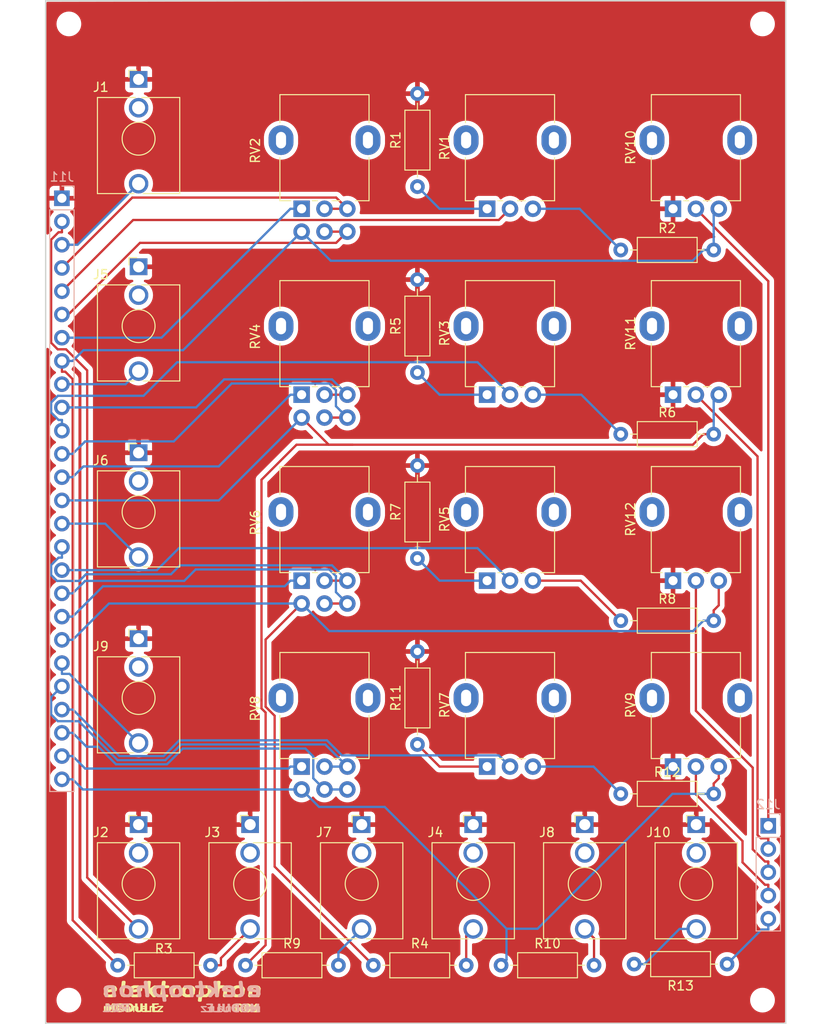
<source format=kicad_pcb>
(kicad_pcb (version 20221018) (generator pcbnew)
  (title_block (title "resonanz") (date "2020-06-13") (rev "R01") (comment 1 "PCB for mount circuit") (comment 2 "resonant band pass filter") (comment 4 "License CC BY 4.0 - Attribution 4.0 International"))
  (layers (0 "F.Cu" signal) (31 "B.Cu" signal) (34 "B.Paste" user) (35 "F.Paste" user) (36 "B.SilkS" user "B.Silkscreen") (37 "F.SilkS" user "F.Silkscreen") (38 "B.Mask" user) (39 "F.Mask" user) (44 "Edge.Cuts" user))
  (net 0 "")
  (net 1 "GND")
  (net 2 "Net-(J10-PadT)")
  (net 3 "Net-(J3-PadT)")
  (net 4 "OUT_1")
  (net 5 "Net-(R1-Pad1)")
  (net 6 "Net-(R5-Pad1)")
  (net 7 "IN_1")
  (net 8 "IN")
  (net 9 "IN_2")
  (net 10 "OUT")
  (net 11 "OUT_3")
  (net 12 "FREQ_3_c")
  (net 13 "FREQ_3_b")
  (net 14 "FREQ_3_a")
  (net 15 "RES_3")
  (net 16 "IN_3")
  (net 17 "OUT_2")
  (net 18 "FREQ_2_c")
  (net 19 "FREQ_2_b")
  (net 20 "FREQ_2_a")
  (net 21 "RES_2")
  (net 22 "FREQ_1_c")
  (net 23 "FREQ_1_b")
  (net 24 "FREQ_1_a")
  (net 25 "RES_1")
  (net 26 "Net-(R8-Pad1)")
  (net 27 "IN_4")
  (net 28 "OUT_4")
  (net 29 "FREQ_4_b")
  (net 30 "FREQ_4_c")
  (net 31 "RES_4")
  (net 32 "FREQ_4_a")
  (net 33 "MIX_4")
  (net 34 "MIX_3")
  (net 35 "MIX_2")
  (net 36 "MIX_1")
  (net 37 "Net-(R11-Pad1)")
  (net 38 "Net-(R12-Pad1)")
  (net 39 "Net-(J4-PadT)")
  (net 40 "Net-(J7-PadT)")
  (net 41 "Net-(J8-PadT)")
  (net 42 "Net-(R2-Pad1)")
  (net 43 "Net-(R6-Pad1)")
  (net 44 "Net-(R7-Pad1)")
  (footprint "elektrophon:Jack_3.5mm_WQP-PJ398SM_Vertical" (layer "F.Cu") (at 50.8 55.72)
    (fp_text reference "J1" (at -4.13 -5.63) (layer "F.SilkS"))
    (fp_text value "AudioJack2_SwitchT")
    (pad "S" thru_hole rect (at 0 -6.48 180) (size 1.93 1.83) (drill 1.22) (layers "*.Cu" "*.Mask") (net 1 "GND"))
    (pad "T" thru_hole circle (at 0 4.92 180) (size 2.13 2.13) (drill 1.43) (layers "*.Cu" "*.Mask") (net 7 "IN_1"))
    (pad "TN" thru_hole circle (at 0 -3.38 180) (size 2.13 2.13) (drill 1.42) (layers "*.Cu" "*.Mask"))
  )
  (footprint "elektrophon:Potentiometer_Alpha_RD901F-40-00D_Single_Vertical" (layer "F.Cu") (at 91.44 55.88 90)
    (fp_text reference "RV1" (at -0.79 -7.18 270) (layer "F.SilkS"))
    (fp_text value "50k")
    (pad "" thru_hole oval (at 0 -4.84 180) (size 2.72 3.24) (drill oval 1.1 1.8) (layers "*.Cu" "*.Mask"))
    (pad "" thru_hole oval (at 0 4.76 180) (size 2.72 3.24) (drill oval 1.1 1.8) (layers "*.Cu" "*.Mask"))
    (pad "1" thru_hole rect (at -7.5 -2.54 180) (size 1.8 1.8) (drill 1) (layers "*.Cu" "*.Mask") (net 5 "Net-(R1-Pad1)"))
    (pad "2" thru_hole circle (at -7.5 -0.04 180) (size 1.8 1.8) (drill 1) (layers "*.Cu" "*.Mask") (net 25 "RES_1"))
    (pad "3" thru_hole circle (at -7.5 2.46 180) (size 1.8 1.8) (drill 1) (layers "*.Cu" "*.Mask") (net 42 "Net-(R2-Pad1)"))
  )
  (footprint "MountingHole:MountingHole_2.2mm_M2" (layer "F.Cu") (at 43.18 43.18)
    (fp_text reference "H1" hide)
    (fp_text value "MountingHole" hide)
    (pad "" np_thru_hole circle (at 0 0) (size 2.2 2.2) (drill 2.2) (layers "*.Cu" "*.Mask"))
  )
  (footprint "MountingHole:MountingHole_2.2mm_M2" (layer "F.Cu") (at 43.18 149.86)
    (fp_text reference "H2" hide)
    (fp_text value "MountingHole" hide)
    (pad "" np_thru_hole circle (at 0 0) (size 2.2 2.2) (drill 2.2) (layers "*.Cu" "*.Mask"))
  )
  (footprint "MountingHole:MountingHole_2.2mm_M2" (layer "F.Cu") (at 119 43.18)
    (fp_text reference "H3" hide)
    (fp_text value "MountingHole" hide)
    (pad "" np_thru_hole circle (at 0 0) (size 2.2 2.2) (drill 2.2) (layers "*.Cu" "*.Mask"))
  )
  (footprint "MountingHole:MountingHole_2.2mm_M2" (layer "F.Cu") (at 119 149.86)
    (fp_text reference "H4" hide)
    (fp_text value "MountingHole" hide)
    (pad "" np_thru_hole circle (at 0 0) (size 2.2 2.2) (drill 2.2) (layers "*.Cu" "*.Mask"))
  )
  (footprint "elektrophon:Jack_3.5mm_WQP-PJ398SM_Vertical" (layer "F.Cu") (at 50.8 137.16)
    (fp_text reference "J2" (at -4.13 -5.63) (layer "F.SilkS"))
    (fp_text value "AudioJack2_SwitchT")
    (pad "S" thru_hole rect (at 0 -6.48 180) (size 1.93 1.83) (drill 1.22) (layers "*.Cu" "*.Mask") (net 1 "GND"))
    (pad "T" thru_hole circle (at 0 4.92 180) (size 2.13 2.13) (drill 1.43) (layers "*.Cu" "*.Mask") (net 8 "IN"))
    (pad "TN" thru_hole circle (at 0 -3.38 180) (size 2.13 2.13) (drill 1.42) (layers "*.Cu" "*.Mask"))
  )
  (footprint "elektrophon:Jack_3.5mm_WQP-PJ398SM_Vertical" (layer "F.Cu") (at 62.992 137.16)
    (fp_text reference "J3" (at -4.13 -5.63) (layer "F.SilkS"))
    (fp_text value "AudioJack2_SwitchT")
    (pad "S" thru_hole rect (at 0 -6.48 180) (size 1.93 1.83) (drill 1.22) (layers "*.Cu" "*.Mask") (net 1 "GND"))
    (pad "T" thru_hole circle (at 0 4.92 180) (size 2.13 2.13) (drill 1.43) (layers "*.Cu" "*.Mask") (net 3 "Net-(J3-PadT)"))
    (pad "TN" thru_hole circle (at 0 -3.38 180) (size 2.13 2.13) (drill 1.42) (layers "*.Cu" "*.Mask"))
  )
  (footprint "elektrophon:Jack_3.5mm_WQP-PJ398SM_Vertical" (layer "F.Cu") (at 50.8 76.2)
    (fp_text reference "J5" (at -4.13 -5.63) (layer "F.SilkS"))
    (fp_text value "AudioJack2_SwitchT")
    (pad "S" thru_hole rect (at 0 -6.48 180) (size 1.93 1.83) (drill 1.22) (layers "*.Cu" "*.Mask") (net 1 "GND"))
    (pad "T" thru_hole circle (at 0 4.92 180) (size 2.13 2.13) (drill 1.43) (layers "*.Cu" "*.Mask") (net 9 "IN_2"))
    (pad "TN" thru_hole circle (at 0 -3.38 180) (size 2.13 2.13) (drill 1.42) (layers "*.Cu" "*.Mask"))
  )
  (footprint "elektrophon:Jack_3.5mm_WQP-PJ398SM_Vertical" (layer "F.Cu") (at 75.184 137.16)
    (fp_text reference "J7" (at -4.13 -5.63) (layer "F.SilkS"))
    (fp_text value "AudioJack2_SwitchT")
    (pad "S" thru_hole rect (at 0 -6.48 180) (size 1.93 1.83) (drill 1.22) (layers "*.Cu" "*.Mask") (net 1 "GND"))
    (pad "T" thru_hole circle (at 0 4.92 180) (size 2.13 2.13) (drill 1.43) (layers "*.Cu" "*.Mask") (net 40 "Net-(J7-PadT)"))
    (pad "TN" thru_hole circle (at 0 -3.38 180) (size 2.13 2.13) (drill 1.42) (layers "*.Cu" "*.Mask"))
  )
  (footprint "elektrophon:Jack_3.5mm_WQP-PJ398SM_Vertical" (layer "F.Cu") (at 50.8 96.52)
    (fp_text reference "J6" (at -4.13 -5.63) (layer "F.SilkS"))
    (fp_text value "AudioJack2_SwitchT")
    (pad "S" thru_hole rect (at 0 -6.48 180) (size 1.93 1.83) (drill 1.22) (layers "*.Cu" "*.Mask") (net 1 "GND"))
    (pad "T" thru_hole circle (at 0 4.92 180) (size 2.13 2.13) (drill 1.43) (layers "*.Cu" "*.Mask") (net 16 "IN_3"))
    (pad "TN" thru_hole circle (at 0 -3.38 180) (size 2.13 2.13) (drill 1.42) (layers "*.Cu" "*.Mask"))
  )
  (footprint "elektrophon:Jack_3.5mm_WQP-PJ398SM_Vertical" (layer "F.Cu") (at 87.376 137.16)
    (fp_text reference "J4" (at -4.13 -5.63) (layer "F.SilkS"))
    (fp_text value "AudioJack2_SwitchT")
    (pad "S" thru_hole rect (at 0 -6.48 180) (size 1.93 1.83) (drill 1.22) (layers "*.Cu" "*.Mask") (net 1 "GND"))
    (pad "T" thru_hole circle (at 0 4.92 180) (size 2.13 2.13) (drill 1.43) (layers "*.Cu" "*.Mask") (net 39 "Net-(J4-PadT)"))
    (pad "TN" thru_hole circle (at 0 -3.38 180) (size 2.13 2.13) (drill 1.42) (layers "*.Cu" "*.Mask"))
  )
  (footprint "elektrophon:Jack_3.5mm_WQP-PJ398SM_Vertical" (layer "F.Cu") (at 111.76 137.16)
    (fp_text reference "J10" (at -4.13 -5.63) (layer "F.SilkS"))
    (fp_text value "AudioJack2_SwitchT")
    (pad "S" thru_hole rect (at 0 -6.48 180) (size 1.93 1.83) (drill 1.22) (layers "*.Cu" "*.Mask") (net 1 "GND"))
    (pad "T" thru_hole circle (at 0 4.92 180) (size 2.13 2.13) (drill 1.43) (layers "*.Cu" "*.Mask") (net 2 "Net-(J10-PadT)"))
    (pad "TN" thru_hole circle (at 0 -3.38 180) (size 2.13 2.13) (drill 1.42) (layers "*.Cu" "*.Mask"))
  )
  (footprint "Resistor_THT:R_Axial_DIN0207_L6.3mm_D2.5mm_P10.16mm_Horizontal" (layer "F.Cu") (at 81.28 60.96 90)
    (fp_text reference "R1" (at 5.08 -2.37 90) (layer "F.SilkS"))
    (fp_text value "470")
    (pad "1" thru_hole circle (at 0 0 90) (size 1.6 1.6) (drill 0.8) (layers "*.Cu" "*.Mask") (net 5 "Net-(R1-Pad1)"))
    (pad "2" thru_hole oval (at 10.16 0 90) (size 1.6 1.6) (drill 0.8) (layers "*.Cu" "*.Mask") (net 1 "GND"))
  )
  (footprint "Resistor_THT:R_Axial_DIN0207_L6.3mm_D2.5mm_P10.16mm_Horizontal" (layer "F.Cu") (at 48.514 146.05)
    (fp_text reference "R3" (at 5.036 -1.8) (layer "F.SilkS"))
    (fp_text value "1k")
    (pad "1" thru_hole circle (at 0 0) (size 1.6 1.6) (drill 0.8) (layers "*.Cu" "*.Mask") (net 4 "OUT_1"))
    (pad "2" thru_hole oval (at 10.16 0) (size 1.6 1.6) (drill 0.8) (layers "*.Cu" "*.Mask") (net 3 "Net-(J3-PadT)"))
  )
  (footprint "Resistor_THT:R_Axial_DIN0207_L6.3mm_D2.5mm_P10.16mm_Horizontal" (layer "F.Cu") (at 81.28 81.28 90)
    (fp_text reference "R5" (at 5.08 -2.37 90) (layer "F.SilkS"))
    (fp_text value "470")
    (pad "1" thru_hole circle (at 0 0 90) (size 1.6 1.6) (drill 0.8) (layers "*.Cu" "*.Mask") (net 6 "Net-(R5-Pad1)"))
    (pad "2" thru_hole oval (at 10.16 0 90) (size 1.6 1.6) (drill 0.8) (layers "*.Cu" "*.Mask") (net 1 "GND"))
  )
  (footprint "Resistor_THT:R_Axial_DIN0207_L6.3mm_D2.5mm_P10.16mm_Horizontal" (layer "F.Cu") (at 62.484 146.05)
    (fp_text reference "R9" (at 5.08 -2.37) (layer "F.SilkS"))
    (fp_text value "1k")
    (pad "1" thru_hole circle (at 0 0) (size 1.6 1.6) (drill 0.8) (layers "*.Cu" "*.Mask") (net 17 "OUT_2"))
    (pad "2" thru_hole oval (at 10.16 0) (size 1.6 1.6) (drill 0.8) (layers "*.Cu" "*.Mask") (net 40 "Net-(J7-PadT)"))
  )
  (footprint "Resistor_THT:R_Axial_DIN0207_L6.3mm_D2.5mm_P10.16mm_Horizontal" (layer "F.Cu") (at 81.28 101.6 90)
    (fp_text reference "R7" (at 5.08 -2.37 90) (layer "F.SilkS"))
    (fp_text value "470")
    (pad "1" thru_hole circle (at 0 0 90) (size 1.6 1.6) (drill 0.8) (layers "*.Cu" "*.Mask") (net 44 "Net-(R7-Pad1)"))
    (pad "2" thru_hole oval (at 10.16 0 90) (size 1.6 1.6) (drill 0.8) (layers "*.Cu" "*.Mask") (net 1 "GND"))
  )
  (footprint "Resistor_THT:R_Axial_DIN0207_L6.3mm_D2.5mm_P10.16mm_Horizontal" (layer "F.Cu") (at 76.454 146.05)
    (fp_text reference "R4" (at 5.08 -2.37) (layer "F.SilkS"))
    (fp_text value "1k")
    (pad "1" thru_hole circle (at 0 0) (size 1.6 1.6) (drill 0.8) (layers "*.Cu" "*.Mask") (net 11 "OUT_3"))
    (pad "2" thru_hole oval (at 10.16 0) (size 1.6 1.6) (drill 0.8) (layers "*.Cu" "*.Mask") (net 39 "Net-(J4-PadT)"))
  )
  (footprint "Resistor_THT:R_Axial_DIN0207_L6.3mm_D2.5mm_P10.16mm_Horizontal" (layer "F.Cu") (at 115.126 145.923 180)
    (fp_text reference "R13" (at 5.08 -2.37) (layer "F.SilkS"))
    (fp_text value "1k")
    (pad "1" thru_hole circle (at 0 0 180) (size 1.6 1.6) (drill 0.8) (layers "*.Cu" "*.Mask") (net 10 "OUT"))
    (pad "2" thru_hole oval (at 10.16 0 180) (size 1.6 1.6) (drill 0.8) (layers "*.Cu" "*.Mask") (net 2 "Net-(J10-PadT)"))
  )
  (footprint "elektrophon:Potentiometer_Alpha_RD902F-40-00D_Dual_Vertical" (layer "F.Cu") (at 71.12 55.88 90)
    (fp_text reference "RV2" (at -1.15 -7.56 270) (layer "F.SilkS"))
    (fp_text value "100k")
    (pad "" thru_hole oval (at 0 -4.75 180) (size 2.72 3.24) (drill oval 1.1 1.8) (layers "*.Cu" "*.Mask"))
    (pad "" thru_hole oval (at 0 4.75 180) (size 2.72 3.24) (drill oval 1.1 1.8) (layers "*.Cu" "*.Mask"))
    (pad "1" thru_hole rect (at -7.5 -2.5 180) (size 1.8 1.8) (drill 1) (layers "*.Cu" "*.Mask") (net 23 "FREQ_1_b"))
    (pad "2" thru_hole circle (at -7.5 0 180) (size 1.8 1.8) (drill 1) (layers "*.Cu" "*.Mask") (net 24 "FREQ_1_a"))
    (pad "3" thru_hole circle (at -7.5 2.5 180) (size 1.8 1.8) (drill 1) (layers "*.Cu" "*.Mask") (net 24 "FREQ_1_a"))
    (pad "4" thru_hole circle (at -10 -2.5 180) (size 1.8 1.8) (drill 1) (layers "*.Cu" "*.Mask") (net 4 "OUT_1"))
    (pad "5" thru_hole circle (at -10 0 180) (size 1.8 1.8) (drill 1) (layers "*.Cu" "*.Mask") (net 22 "FREQ_1_c"))
    (pad "6" thru_hole circle (at -10 2.5 180) (size 1.8 1.8) (drill 1) (layers "*.Cu" "*.Mask") (net 22 "FREQ_1_c"))
  )
  (footprint "elektrophon:Potentiometer_Alpha_RD901F-40-00D_Single_Vertical" (layer "F.Cu") (at 91.44 76.2 90)
    (fp_text reference "RV3" (at -0.79 -7.18 270) (layer "F.SilkS"))
    (fp_text value "50k")
    (pad "" thru_hole oval (at 0 -4.84 180) (size 2.72 3.24) (drill oval 1.1 1.8) (layers "*.Cu" "*.Mask"))
    (pad "" thru_hole oval (at 0 4.76 180) (size 2.72 3.24) (drill oval 1.1 1.8) (layers "*.Cu" "*.Mask"))
    (pad "1" thru_hole rect (at -7.5 -2.54 180) (size 1.8 1.8) (drill 1) (layers "*.Cu" "*.Mask") (net 6 "Net-(R5-Pad1)"))
    (pad "2" thru_hole circle (at -7.5 -0.04 180) (size 1.8 1.8) (drill 1) (layers "*.Cu" "*.Mask") (net 21 "RES_2"))
    (pad "3" thru_hole circle (at -7.5 2.46 180) (size 1.8 1.8) (drill 1) (layers "*.Cu" "*.Mask") (net 43 "Net-(R6-Pad1)"))
  )
  (footprint "elektrophon:Potentiometer_Alpha_RD902F-40-00D_Dual_Vertical" (layer "F.Cu") (at 71.12 76.2 90)
    (fp_text reference "RV4" (at -1.15 -7.56 270) (layer "F.SilkS"))
    (fp_text value "100k")
    (pad "" thru_hole oval (at 0 -4.75 180) (size 2.72 3.24) (drill oval 1.1 1.8) (layers "*.Cu" "*.Mask"))
    (pad "" thru_hole oval (at 0 4.75 180) (size 2.72 3.24) (drill oval 1.1 1.8) (layers "*.Cu" "*.Mask"))
    (pad "1" thru_hole rect (at -7.5 -2.5 180) (size 1.8 1.8) (drill 1) (layers "*.Cu" "*.Mask") (net 19 "FREQ_2_b"))
    (pad "2" thru_hole circle (at -7.5 0 180) (size 1.8 1.8) (drill 1) (layers "*.Cu" "*.Mask") (net 20 "FREQ_2_a"))
    (pad "3" thru_hole circle (at -7.5 2.5 180) (size 1.8 1.8) (drill 1) (layers "*.Cu" "*.Mask") (net 20 "FREQ_2_a"))
    (pad "4" thru_hole circle (at -10 -2.5 180) (size 1.8 1.8) (drill 1) (layers "*.Cu" "*.Mask") (net 17 "OUT_2"))
    (pad "5" thru_hole circle (at -10 0 180) (size 1.8 1.8) (drill 1) (layers "*.Cu" "*.Mask") (net 18 "FREQ_2_c"))
    (pad "6" thru_hole circle (at -10 2.5 180) (size 1.8 1.8) (drill 1) (layers "*.Cu" "*.Mask") (net 18 "FREQ_2_c"))
  )
  (footprint "elektrophon:Potentiometer_Alpha_RD901F-40-00D_Single_Vertical" (layer "F.Cu") (at 91.44 96.52 90)
    (fp_text reference "RV5" (at -0.79 -7.18 270) (layer "F.SilkS"))
    (fp_text value "50k")
    (pad "" thru_hole oval (at 0 -4.84 180) (size 2.72 3.24) (drill oval 1.1 1.8) (layers "*.Cu" "*.Mask"))
    (pad "" thru_hole oval (at 0 4.76 180) (size 2.72 3.24) (drill oval 1.1 1.8) (layers "*.Cu" "*.Mask"))
    (pad "1" thru_hole rect (at -7.5 -2.54 180) (size 1.8 1.8) (drill 1) (layers "*.Cu" "*.Mask") (net 44 "Net-(R7-Pad1)"))
    (pad "2" thru_hole circle (at -7.5 -0.04 180) (size 1.8 1.8) (drill 1) (layers "*.Cu" "*.Mask") (net 15 "RES_3"))
    (pad "3" thru_hole circle (at -7.5 2.46 180) (size 1.8 1.8) (drill 1) (layers "*.Cu" "*.Mask") (net 26 "Net-(R8-Pad1)"))
  )
  (footprint "elektrophon:Potentiometer_Alpha_RD902F-40-00D_Dual_Vertical" (layer "F.Cu") (at 71.12 96.52 90)
    (fp_text reference "RV6" (at -1.15 -7.56 270) (layer "F.SilkS"))
    (fp_text value "100k")
    (pad "" thru_hole oval (at 0 -4.75 180) (size 2.72 3.24) (drill oval 1.1 1.8) (layers "*.Cu" "*.Mask"))
    (pad "" thru_hole oval (at 0 4.75 180) (size 2.72 3.24) (drill oval 1.1 1.8) (layers "*.Cu" "*.Mask"))
    (pad "1" thru_hole rect (at -7.5 -2.5 180) (size 1.8 1.8) (drill 1) (layers "*.Cu" "*.Mask") (net 13 "FREQ_3_b"))
    (pad "2" thru_hole circle (at -7.5 0 180) (size 1.8 1.8) (drill 1) (layers "*.Cu" "*.Mask") (net 14 "FREQ_3_a"))
    (pad "3" thru_hole circle (at -7.5 2.5 180) (size 1.8 1.8) (drill 1) (layers "*.Cu" "*.Mask") (net 14 "FREQ_3_a"))
    (pad "4" thru_hole circle (at -10 -2.5 180) (size 1.8 1.8) (drill 1) (layers "*.Cu" "*.Mask") (net 11 "OUT_3"))
    (pad "5" thru_hole circle (at -10 0 180) (size 1.8 1.8) (drill 1) (layers "*.Cu" "*.Mask") (net 12 "FREQ_3_c"))
    (pad "6" thru_hole circle (at -10 2.5 180) (size 1.8 1.8) (drill 1) (layers "*.Cu" "*.Mask") (net 12 "FREQ_3_c"))
  )
  (footprint "elektrophon:Potentiometer_Alpha_RD901F-40-00D_Single_Vertical" (layer "F.Cu") (at 111.76 55.88 90)
    (fp_text reference "RV10" (at -0.79 -7.18 270) (layer "F.SilkS"))
    (fp_text value "100k")
    (pad "" thru_hole oval (at 0 -4.84 180) (size 2.72 3.24) (drill oval 1.1 1.8) (layers "*.Cu" "*.Mask"))
    (pad "" thru_hole oval (at 0 4.76 180) (size 2.72 3.24) (drill oval 1.1 1.8) (layers "*.Cu" "*.Mask"))
    (pad "1" thru_hole rect (at -7.5 -2.54 180) (size 1.8 1.8) (drill 1) (layers "*.Cu" "*.Mask") (net 1 "GND"))
    (pad "2" thru_hole circle (at -7.5 -0.04 180) (size 1.8 1.8) (drill 1) (layers "*.Cu" "*.Mask") (net 36 "MIX_1"))
    (pad "3" thru_hole circle (at -7.5 2.46 180) (size 1.8 1.8) (drill 1) (layers "*.Cu" "*.Mask") (net 4 "OUT_1"))
  )
  (footprint "elektrophon:Potentiometer_Alpha_RD901F-40-00D_Single_Vertical" (layer "F.Cu") (at 111.76 76.2 90)
    (fp_text reference "RV11" (at -0.79 -7.18 270) (layer "F.SilkS"))
    (fp_text value "100k")
    (pad "" thru_hole oval (at 0 -4.84 180) (size 2.72 3.24) (drill oval 1.1 1.8) (layers "*.Cu" "*.Mask"))
    (pad "" thru_hole oval (at 0 4.76 180) (size 2.72 3.24) (drill oval 1.1 1.8) (layers "*.Cu" "*.Mask"))
    (pad "1" thru_hole rect (at -7.5 -2.54 180) (size 1.8 1.8) (drill 1) (layers "*.Cu" "*.Mask") (net 1 "GND"))
    (pad "2" thru_hole circle (at -7.5 -0.04 180) (size 1.8 1.8) (drill 1) (layers "*.Cu" "*.Mask") (net 35 "MIX_2"))
    (pad "3" thru_hole circle (at -7.5 2.46 180) (size 1.8 1.8) (drill 1) (layers "*.Cu" "*.Mask") (net 17 "OUT_2"))
  )
  (footprint "elektrophon:Potentiometer_Alpha_RD901F-40-00D_Single_Vertical" (layer "F.Cu") (at 111.76 96.52 90)
    (fp_text reference "RV12" (at -0.79 -7.18 270) (layer "F.SilkS"))
    (fp_text value "100k")
    (pad "" thru_hole oval (at 0 -4.84 180) (size 2.72 3.24) (drill oval 1.1 1.8) (layers "*.Cu" "*.Mask"))
    (pad "" thru_hole oval (at 0 4.76 180) (size 2.72 3.24) (drill oval 1.1 1.8) (layers "*.Cu" "*.Mask"))
    (pad "1" thru_hole rect (at -7.5 -2.54 180) (size 1.8 1.8) (drill 1) (layers "*.Cu" "*.Mask") (net 1 "GND"))
    (pad "2" thru_hole circle (at -7.5 -0.04 180) (size 1.8 1.8) (drill 1) (layers "*.Cu" "*.Mask") (net 34 "MIX_3"))
    (pad "3" thru_hole circle (at -7.5 2.46 180) (size 1.8 1.8) (drill 1) (layers "*.Cu" "*.Mask") (net 11 "OUT_3"))
  )
  (footprint "Resistor_THT:R_Axial_DIN0207_L6.3mm_D2.5mm_P10.16mm_Horizontal" (layer "F.Cu") (at 103.505 67.8815)
    (fp_text reference "R2" (at 5.08 -2.37) (layer "F.SilkS"))
    (fp_text value "22k")
    (pad "1" thru_hole circle (at 0 0) (size 1.6 1.6) (drill 0.8) (layers "*.Cu" "*.Mask") (net 42 "Net-(R2-Pad1)"))
    (pad "2" thru_hole oval (at 10.16 0) (size 1.6 1.6) (drill 0.8) (layers "*.Cu" "*.Mask") (net 4 "OUT_1"))
  )
  (footprint "elektrophon:elektrophon logo" (layer "F.Cu") (at 55.499 149.733)
    (fp_text reference "REF**" hide)
    (fp_text value "elektrophon logo" hide)
    (fp_text user "elektrophon" (at 0 -1.016) (layer "B.SilkS") (effects (font (size 1.5 2) (thickness 0.3) italic) (justify mirror)))
    (fp_text user "R01" (at -8.83 1) (layer "B.SilkS") (effects (font (size 0.8 1)) (justify right mirror)))
    (fp_text user "resonanz" (at 8.84 1.02) (layer "B.SilkS") (effects (font (size 0.8 1)) (justify left mirror)))
    (fp_text user "MODULE" (at 8.62 1.02) (layer "B.SilkS") (effects (font (size 0.8 1)) (justify left mirror)))
    (fp_text user "MODULE" (at -8.54 0.99) (layer "F.SilkS") (effects (font (size 0.8 1)) (justify left)))
    (fp_text user "elektrophon" (at 0 -1.016) (layer "F.SilkS") (effects (font (size 1.5 2) (thickness 0.3) italic)))
    (fp_text user "R01" (at 8.8 1.02) (layer "F.SilkS") (effects (font (size 0.8 1)) (justify right)))
  )
  (footprint "Resistor_THT:R_Axial_DIN0207_L6.3mm_D2.5mm_P10.16mm_Horizontal" (layer "F.Cu") (at 103.505 88.011)
    (fp_text reference "R6" (at 5.08 -2.37) (layer "F.SilkS"))
    (fp_text value "22k")
    (pad "1" thru_hole circle (at 0 0) (size 1.6 1.6) (drill 0.8) (layers "*.Cu" "*.Mask") (net 43 "Net-(R6-Pad1)"))
    (pad "2" thru_hole oval (at 10.16 0) (size 1.6 1.6) (drill 0.8) (layers "*.Cu" "*.Mask") (net 17 "OUT_2"))
  )
  (footprint "Resistor_THT:R_Axial_DIN0207_L6.3mm_D2.5mm_P10.16mm_Horizontal" (layer "F.Cu") (at 103.505 108.394)
    (fp_text reference "R8" (at 5.08 -2.37) (layer "F.SilkS"))
    (fp_text value "22k")
    (pad "1" thru_hole circle (at 0 0) (size 1.6 1.6) (drill 0.8) (layers "*.Cu" "*.Mask") (net 26 "Net-(R8-Pad1)"))
    (pad "2" thru_hole oval (at 10.16 0) (size 1.6 1.6) (drill 0.8) (layers "*.Cu" "*.Mask") (net 11 "OUT_3"))
  )
  (footprint "Resistor_THT:R_Axial_DIN0207_L6.3mm_D2.5mm_P10.16mm_Horizontal" (layer "F.Cu") (at 103.505 127.318)
    (fp_text reference "R12" (at 5.08 -2.37) (layer "F.SilkS"))
    (fp_text value "22k")
    (pad "1" thru_hole circle (at 0 0) (size 1.6 1.6) (drill 0.8) (layers "*.Cu" "*.Mask") (net 38 "Net-(R12-Pad1)"))
    (pad "2" thru_hole oval (at 10.16 0) (size 1.6 1.6) (drill 0.8) (layers "*.Cu" "*.Mask") (net 28 "OUT_4"))
  )
  (footprint "elektrophon:Jack_3.5mm_WQP-PJ398SM_Vertical" (layer "F.Cu") (at 99.568 137.16)
    (fp_text reference "J8" (at -4.13 -5.63) (layer "F.SilkS"))
    (fp_text value "AudioJack2_SwitchT")
    (pad "S" thru_hole rect (at 0 -6.48 180) (size 1.93 1.83) (drill 1.22) (layers "*.Cu" "*.Mask") (net 1 "GND"))
    (pad "T" thru_hole circle (at 0 4.92 180) (size 2.13 2.13) (drill 1.43) (layers "*.Cu" "*.Mask") (net 41 "Net-(J8-PadT)"))
    (pad "TN" thru_hole circle (at 0 -3.38 180) (size 2.13 2.13) (drill 1.42) (layers "*.Cu" "*.Mask"))
  )
  (footprint "elektrophon:Jack_3.5mm_WQP-PJ398SM_Vertical" (layer "F.Cu") (at 50.8 116.84)
    (fp_text reference "J9" (at -4.13 -5.63) (layer "F.SilkS"))
    (fp_text value "AudioJack2_SwitchT")
    (pad "S" thru_hole rect (at 0 -6.48 180) (size 1.93 1.83) (drill 1.22) (layers "*.Cu" "*.Mask") (net 1 "GND"))
    (pad "T" thru_hole circle (at 0 4.92 180) (size 2.13 2.13) (drill 1.43) (layers "*.Cu" "*.Mask") (net 27 "IN_4"))
    (pad "TN" thru_hole circle (at 0 -3.38 180) (size 2.13 2.13) (drill 1.42) (layers "*.Cu" "*.Mask"))
  )
  (footprint "Resistor_THT:R_Axial_DIN0207_L6.3mm_D2.5mm_P10.16mm_Horizontal" (layer "F.Cu") (at 90.424 146.05)
    (fp_text reference "R10" (at 5.08 -2.37) (layer "F.SilkS"))
    (fp_text value "1k")
    (pad "1" thru_hole circle (at 0 0) (size 1.6 1.6) (drill 0.8) (layers "*.Cu" "*.Mask") (net 28 "OUT_4"))
    (pad "2" thru_hole oval (at 10.16 0) (size 1.6 1.6) (drill 0.8) (layers "*.Cu" "*.Mask") (net 41 "Net-(J8-PadT)"))
  )
  (footprint "Resistor_THT:R_Axial_DIN0207_L6.3mm_D2.5mm_P10.16mm_Horizontal" (layer "F.Cu") (at 81.28 121.92 90)
    (fp_text reference "R11" (at 5.08 -2.37 90) (layer "F.SilkS"))
    (fp_text value "470")
    (pad "1" thru_hole circle (at 0 0 90) (size 1.6 1.6) (drill 0.8) (layers "*.Cu" "*.Mask") (net 37 "Net-(R11-Pad1)"))
    (pad "2" thru_hole oval (at 10.16 0 90) (size 1.6 1.6) (drill 0.8) (layers "*.Cu" "*.Mask") (net 1 "GND"))
  )
  (footprint "elektrophon:Potentiometer_Alpha_RD901F-40-00D_Single_Vertical" (layer "F.Cu") (at 91.44 116.84 90)
    (fp_text reference "RV7" (at -0.79 -7.18 270) (layer "F.SilkS"))
    (fp_text value "50k")
    (pad "" thru_hole oval (at 0 -4.84 180) (size 2.72 3.24) (drill oval 1.1 1.8) (layers "*.Cu" "*.Mask"))
    (pad "" thru_hole oval (at 0 4.76 180) (size 2.72 3.24) (drill oval 1.1 1.8) (layers "*.Cu" "*.Mask"))
    (pad "1" thru_hole rect (at -7.5 -2.54 180) (size 1.8 1.8) (drill 1) (layers "*.Cu" "*.Mask") (net 37 "Net-(R11-Pad1)"))
    (pad "2" thru_hole circle (at -7.5 -0.04 180) (size 1.8 1.8) (drill 1) (layers "*.Cu" "*.Mask") (net 31 "RES_4"))
    (pad "3" thru_hole circle (at -7.5 2.46 180) (size 1.8 1.8) (drill 1) (layers "*.Cu" "*.Mask") (net 38 "Net-(R12-Pad1)"))
  )
  (footprint "elektrophon:Potentiometer_Alpha_RD902F-40-00D_Dual_Vertical" (layer "F.Cu") (at 71.12 116.84 90)
    (fp_text reference "RV8" (at -1.15 -7.56 270) (layer "F.SilkS"))
    (fp_text value "100k")
    (pad "" thru_hole oval (at 0 -4.75 180) (size 2.72 3.24) (drill oval 1.1 1.8) (layers "*.Cu" "*.Mask"))
    (pad "" thru_hole oval (at 0 4.75 180) (size 2.72 3.24) (drill oval 1.1 1.8) (layers "*.Cu" "*.Mask"))
    (pad "1" thru_hole rect (at -7.5 -2.5 180) (size 1.8 1.8) (drill 1) (layers "*.Cu" "*.Mask") (net 29 "FREQ_4_b"))
    (pad "2" thru_hole circle (at -7.5 0 180) (size 1.8 1.8) (drill 1) (layers "*.Cu" "*.Mask") (net 32 "FREQ_4_a"))
    (pad "3" thru_hole circle (at -7.5 2.5 180) (size 1.8 1.8) (drill 1) (layers "*.Cu" "*.Mask") (net 32 "FREQ_4_a"))
    (pad "4" thru_hole circle (at -10 -2.5 180) (size 1.8 1.8) (drill 1) (layers "*.Cu" "*.Mask") (net 28 "OUT_4"))
    (pad "5" thru_hole circle (at -10 0 180) (size 1.8 1.8) (drill 1) (layers "*.Cu" "*.Mask") (net 30 "FREQ_4_c"))
    (pad "6" thru_hole circle (at -10 2.5 180) (size 1.8 1.8) (drill 1) (layers "*.Cu" "*.Mask") (net 30 "FREQ_4_c"))
  )
  (footprint "elektrophon:Potentiometer_Alpha_RD901F-40-00D_Single_Vertical" (layer "F.Cu") (at 111.76 116.84 90)
    (fp_text reference "RV9" (at -0.79 -7.18 270) (layer "F.SilkS"))
    (fp_text value "100k")
    (pad "" thru_hole oval (at 0 -4.84 180) (size 2.72 3.24) (drill oval 1.1 1.8) (layers "*.Cu" "*.Mask"))
    (pad "" thru_hole oval (at 0 4.76 180) (size 2.72 3.24) (drill oval 1.1 1.8) (layers "*.Cu" "*.Mask"))
    (pad "1" thru_hole rect (at -7.5 -2.54 180) (size 1.8 1.8) (drill 1) (layers "*.Cu" "*.Mask") (net 1 "GND"))
    (pad "2" thru_hole circle (at -7.5 -0.04 180) (size 1.8 1.8) (drill 1) (layers "*.Cu" "*.Mask") (net 33 "MIX_4"))
    (pad "3" thru_hole circle (at -7.5 2.46 180) (size 1.8 1.8) (drill 1) (layers "*.Cu" "*.Mask") (net 28 "OUT_4"))
  )
  (footprint "elektrophon:elektrophon logo" (layer "F.Cu") (at 55.626 149.733)
    (fp_text reference "REF**" hide)
    (fp_text value "elektrophon logo" hide)
    (fp_text user "elektrophon" (at 0 -1.016) (layer "B.SilkS") (effects (font (size 1.5 2) (thickness 0.3) italic) (justify mirror)))
    (fp_text user "MODULE" (at 8.62 1.02) (layer "B.SilkS") (effects (font (size 0.8 1)) (justify left mirror)))
    (fp_text user "R01" (at -8.68 0.99) (layer "B.SilkS") (effects (font (size 0.8 1)) (justify right mirror)))
    (fp_text user "resonanz" (at -8.88 1) (layer "F.SilkS") (effects (font (size 0.8 1)) (justify left)))
    (fp_text user "MODULE" (at -8.54 0.99) (layer "F.SilkS") (effects (font (size 0.8 1)) (justify left)))
    (fp_text user "R01" (at 8.58 1.02) (layer "F.SilkS") (effects (font (size 0.8 1)) (justify right)))
    (fp_text user "elektrophon" (at 0 -1.016) (layer "F.SilkS") (effects (font (size 1.5 2) (thickness 0.3) italic)))
  )
  (footprint "Connector_PinHeader_2.54mm:PinHeader_1x26_P2.54mm_Vertical" (layer "B.Cu") (at 42.418 62.23 180)
    (fp_text reference "J11" (at 0 2.33) (layer "B.SilkS") (effects (justify mirror)))
    (fp_text value "Conn_01x26_Male")
    (pad "1" thru_hole rect (at 0 0 180) (size 1.7 1.7) (drill 1) (layers "*.Cu" "*.Mask") (net 1 "GND"))
    (pad "2" thru_hole oval (at 0 -2.54 180) (size 1.7 1.7) (drill 1) (layers "*.Cu" "*.Mask") (net 8 "IN"))
    (pad "3" thru_hole oval (at 0 -5.08 180) (size 1.7 1.7) (drill 1) (layers "*.Cu" "*.Mask") (net 7 "IN_1"))
    (pad "4" thru_hole oval (at 0 -7.62 180) (size 1.7 1.7) (drill 1) (layers "*.Cu" "*.Mask") (net 24 "FREQ_1_a"))
    (pad "5" thru_hole oval (at 0 -10.16 180) (size 1.7 1.7) (drill 1) (layers "*.Cu" "*.Mask") (net 25 "RES_1"))
    (pad "6" thru_hole oval (at 0 -12.7 180) (size 1.7 1.7) (drill 1) (layers "*.Cu" "*.Mask") (net 22 "FREQ_1_c"))
    (pad "7" thru_hole oval (at 0 -15.24 180) (size 1.7 1.7) (drill 1) (layers "*.Cu" "*.Mask") (net 23 "FREQ_1_b"))
    (pad "8" thru_hole oval (at 0 -17.78 180) (size 1.7 1.7) (drill 1) (layers "*.Cu" "*.Mask") (net 4 "OUT_1"))
    (pad "9" thru_hole oval (at 0 -20.32 180) (size 1.7 1.7) (drill 1) (layers "*.Cu" "*.Mask") (net 9 "IN_2"))
    (pad "10" thru_hole oval (at 0 -22.86 180) (size 1.7 1.7) (drill 1) (layers "*.Cu" "*.Mask") (net 20 "FREQ_2_a"))
    (pad "11" thru_hole oval (at 0 -25.4 180) (size 1.7 1.7) (drill 1) (layers "*.Cu" "*.Mask") (net 21 "RES_2"))
    (pad "12" thru_hole oval (at 0 -27.94 180) (size 1.7 1.7) (drill 1) (layers "*.Cu" "*.Mask") (net 18 "FREQ_2_c"))
    (pad "13" thru_hole oval (at 0 -30.48 180) (size 1.7 1.7) (drill 1) (layers "*.Cu" "*.Mask") (net 19 "FREQ_2_b"))
    (pad "14" thru_hole oval (at 0 -33.02 180) (size 1.7 1.7) (drill 1) (layers "*.Cu" "*.Mask") (net 17 "OUT_2"))
    (pad "15" thru_hole oval (at 0 -35.56 180) (size 1.7 1.7) (drill 1) (layers "*.Cu" "*.Mask") (net 16 "IN_3"))
    (pad "16" thru_hole oval (at 0 -38.1 180) (size 1.7 1.7) (drill 1) (layers "*.Cu" "*.Mask") (net 14 "FREQ_3_a"))
    (pad "17" thru_hole oval (at 0 -40.64 180) (size 1.7 1.7) (drill 1) (layers "*.Cu" "*.Mask") (net 15 "RES_3"))
    (pad "18" thru_hole oval (at 0 -43.18 180) (size 1.7 1.7) (drill 1) (layers "*.Cu" "*.Mask") (net 12 "FREQ_3_c"))
    (pad "19" thru_hole oval (at 0 -45.72 180) (size 1.7 1.7) (drill 1) (layers "*.Cu" "*.Mask") (net 13 "FREQ_3_b"))
    (pad "20" thru_hole oval (at 0 -48.26 180) (size 1.7 1.7) (drill 1) (layers "*.Cu" "*.Mask") (net 11 "OUT_3"))
    (pad "21" thru_hole oval (at 0 -50.8 180) (size 1.7 1.7) (drill 1) (layers "*.Cu" "*.Mask") (net 27 "IN_4"))
    (pad "22" thru_hole oval (at 0 -53.34 180) (size 1.7 1.7) (drill 1) (layers "*.Cu" "*.Mask") (net 32 "FREQ_4_a"))
    (pad "23" thru_hole oval (at 0 -55.88 180) (size 1.7 1.7) (drill 1) (layers "*.Cu" "*.Mask") (net 31 "RES_4"))
    (pad "24" thru_hole oval (at 0 -58.42 180) (size 1.7 1.7) (drill 1) (layers "*.Cu" "*.Mask") (net 30 "FREQ_4_c"))
    (pad "25" thru_hole oval (at 0 -60.96 180) (size 1.7 1.7) (drill 1) (layers "*.Cu" "*.Mask") (net 29 "FREQ_4_b"))
    (pad "26" thru_hole oval (at 0 -63.5 180) (size 1.7 1.7) (drill 1) (layers "*.Cu" "*.Mask") (net 28 "OUT_4"))
  )
  (footprint "Connector_PinHeader_2.54mm:PinHeader_1x05_P2.54mm_Vertical" (layer "B.Cu") (at 119.634 130.81 180)
    (fp_text reference "J12" (at 0 2.33) (layer "B.SilkS") (effects (justify mirror)))
    (fp_text value "Conn_01x05_Male")
    (pad "1" thru_hole rect (at 0 0 180) (size 1.7 1.7) (drill 1) (layers "*.Cu" "*.Mask") (net 36 "MIX_1"))
    (pad "2" thru_hole oval (at 0 -2.54 180) (size 1.7 1.7) (drill 1) (layers "*.Cu" "*.Mask") (net 35 "MIX_2"))
    (pad "3" thru_hole oval (at 0 -5.08 180) (size 1.7 1.7) (drill 1) (layers "*.Cu" "*.Mask") (net 34 "MIX_3"))
    (pad "4" thru_hole oval (at 0 -7.62 180) (size 1.7 1.7) (drill 1) (layers "*.Cu" "*.Mask") (net 33 "MIX_4"))
    (pad "5" thru_hole oval (at 0 -10.16 180) (size 1.7 1.7) (drill 1) (layers "*.Cu" "*.Mask") (net 10 "OUT"))
  )
  (gr_line (start 40.64 152.4) (end 40.64 40.64) (stroke (width 0.15)) (layer "Edge.Cuts"))
  (gr_line (start 40.64 152.4) (end 121.54 152.4) (stroke (width 0.15)) (layer "Edge.Cuts"))
  (gr_line (start 40.64 40.64) (end 121.54 40.64) (stroke (width 0.15)) (layer "Edge.Cuts"))
  (gr_line (start 121.54 40.64) (end 121.54 152.4) (stroke (width 0.15)) (layer "Edge.Cuts"))
  (segment (start 109.9343 142.08) (end 106.0913 145.923) (width 0.25) (layer "B.Cu") (net 2))
  (segment (start 104.966 145.923) (end 106.0913 145.923) (width 0.25) (layer "B.Cu") (net 2))
  (segment (start 111.76 142.08) (end 109.9343 142.08) (width 0.25) (layer "B.Cu") (net 2))
  (segment (start 62.992 142.08) (end 59.7993 145.2727) (width 0.25) (layer "F.Cu") (net 3))
  (segment (start 58.674 146.05) (end 59.7993 146.05) (width 0.25) (layer "F.Cu") (net 3))
  (segment (start 59.7993 145.2727) (end 59.7993 146.05) (width 0.25) (layer "F.Cu") (net 3))
  (segment (start 42.418 80.01) (end 42.418 81.1853) (width 0.25) (layer "F.Cu") (net 4))
  (segment (start 42.7854 81.1853) (end 43.5933 81.9932) (width 0.25) (layer "F.Cu") (net 4))
  (segment (start 43.5933 141.1293) (end 48.514 146.05) (width 0.25) (layer "F.Cu") (net 4))
  (segment (start 43.5933 81.9932) (end 43.5933 141.1293) (width 0.25) (layer "F.Cu") (net 4))
  (segment (start 42.418 81.1853) (end 42.7854 81.1853) (width 0.25) (layer "F.Cu") (net 4))
  (segment (start 113.665 63.935) (end 113.665 67.8815) (width 0.25) (layer "B.Cu") (net 4))
  (segment (start 42.418 80.01) (end 43.5933 80.01) (width 0.25) (layer "B.Cu") (net 4))
  (segment (start 43.5933 80.01) (end 44.7686 78.8347) (width 0.25) (layer "B.Cu") (net 4))
  (segment (start 113.665 67.8815) (end 112.5397 67.8815) (width 0.25) (layer "B.Cu") (net 4))
  (segment (start 112.5397 67.8815) (end 111.3608 69.0604) (width 0.25) (layer "B.Cu") (net 4))
  (segment (start 71.8004 69.0604) (end 111.3608 69.0604) (width 0.25) (layer "B.Cu") (net 4))
  (segment (start 114.22 63.38) (end 113.665 63.935) (width 0.25) (layer "B.Cu") (net 4))
  (segment (start 71.8004 69.0604) (end 68.62 65.88) (width 0.25) (layer "B.Cu") (net 4))
  (segment (start 55.6653 78.8347) (end 68.62 65.88) (width 0.25) (layer "B.Cu") (net 4))
  (segment (start 44.7686 78.8347) (end 55.6653 78.8347) (width 0.25) (layer "B.Cu") (net 4))
  (segment (start 83.7 63.38) (end 81.28 60.96) (width 0.25) (layer "B.Cu") (net 5))
  (segment (start 88.9 63.38) (end 83.7 63.38) (width 0.25) (layer "B.Cu") (net 5))
  (segment (start 83.7 83.7) (end 81.28 81.28) (width 0.25) (layer "B.Cu") (net 6))
  (segment (start 88.9 83.7) (end 83.7 83.7) (width 0.25) (layer "B.Cu") (net 6))
  (segment (start 50.8 60.64) (end 44.13 67.31) (width 0.25) (layer "B.Cu") (net 7))
  (segment (start 44.13 67.31) (end 42.418 67.31) (width 0.25) (layer "B.Cu") (net 7))
  (segment (start 45.1819 136.4619) (end 45.1819 81.048) (width 0.25) (layer "F.Cu") (net 8))
  (segment (start 41.2427 78.0265) (end 41.2427 66.7532) (width 0.25) (layer "F.Cu") (net 8))
  (segment (start 50.8 142.08) (end 45.1819 136.4619) (width 0.25) (layer "F.Cu") (net 8))
  (segment (start 45.1819 81.048) (end 42.8739 78.74) (width 0.25) (layer "F.Cu") (net 8))
  (segment (start 41.9562 78.74) (end 41.2427 78.0265) (width 0.25) (layer "F.Cu") (net 8))
  (segment (start 42.0506 65.9453) (end 42.418 65.9453) (width 0.25) (layer "F.Cu") (net 8))
  (segment (start 41.2427 66.7532) (end 42.0506 65.9453) (width 0.25) (layer "F.Cu") (net 8))
  (segment (start 42.418 64.77) (end 42.418 65.9453) (width 0.25) (layer "F.Cu") (net 8))
  (segment (start 42.8739 78.74) (end 41.9562 78.74) (width 0.25) (layer "F.Cu") (net 8))
  (segment (start 49.37 82.55) (end 42.418 82.55) (width 0.25) (layer "B.Cu") (net 9))
  (segment (start 50.8 81.12) (end 49.37 82.55) (width 0.25) (layer "B.Cu") (net 9))
  (segment (start 119.634 140.97) (end 119.634 142.1453) (width 0.25) (layer "B.Cu") (net 10))
  (segment (start 115.126 145.923) (end 118.9037 142.1453) (width 0.25) (layer "B.Cu") (net 10))
  (segment (start 118.9037 142.1453) (end 119.634 142.1453) (width 0.25) (layer "B.Cu") (net 10))
  (segment (start 65.672047 135.268047) (end 65.672047 118.78501) (width 0.25) (layer "F.Cu") (net 11))
  (segment (start 76.454 146.05) (end 65.672047 135.268047) (width 0.25) (layer "F.Cu") (net 11))
  (segment (start 64.68499 110.45501) (end 68.62 106.52) (width 0.25) (layer "F.Cu") (net 11))
  (segment (start 64.68499 117.797953) (end 64.68499 110.45501) (width 0.25) (layer "F.Cu") (net 11))
  (segment (start 65.672047 118.78501) (end 64.68499 117.797953) (width 0.25) (layer "F.Cu") (net 11))
  (segment (start 114.22 106.7137) (end 113.665 107.2687) (width 0.25) (layer "F.Cu") (net 11))
  (segment (start 114.22 104.02) (end 114.22 106.7137) (width 0.25) (layer "F.Cu") (net 11))
  (segment (start 113.665 108.394) (end 113.665 107.2687) (width 0.25) (layer "F.Cu") (net 11))
  (segment (start 42.418 110.49) (end 43.5933 110.49) (width 0.25) (layer "B.Cu") (net 11))
  (segment (start 68.62 106.52) (end 71.6304 109.5304) (width 0.25) (layer "B.Cu") (net 11))
  (segment (start 113.665 108.394) (end 112.5397 108.394) (width 0.25) (layer "B.Cu") (net 11))
  (segment (start 47.5633 106.52) (end 43.5933 110.49) (width 0.25) (layer "B.Cu") (net 11))
  (segment (start 71.6304 109.5304) (end 111.4033 109.5304) (width 0.25) (layer "B.Cu") (net 11))
  (segment (start 112.5397 108.394) (end 111.4033 109.5304) (width 0.25) (layer "B.Cu") (net 11))
  (segment (start 68.62 106.52) (end 47.5633 106.52) (width 0.25) (layer "B.Cu") (net 11))
  (segment (start 73.62 106.52) (end 71.75641 106.52) (width 0.25) (layer "F.Cu") (net 12))
  (segment (start 72.37 105.27) (end 73.62 106.52) (width 0.25) (layer "B.Cu") (net 12))
  (segment (start 43.5933 105.41) (end 44.9579 104.0454) (width 0.25) (layer "B.Cu") (net 12))
  (segment (start 71.6413 102.7946) (end 72.37 103.5233) (width 0.25) (layer "B.Cu") (net 12))
  (segment (start 55.789 104.0454) (end 57.0398 102.7946) (width 0.25) (layer "B.Cu") (net 12))
  (segment (start 42.418 105.41) (end 43.5933 105.41) (width 0.25) (layer "B.Cu") (net 12))
  (segment (start 57.0398 102.7946) (end 71.6413 102.7946) (width 0.25) (layer "B.Cu") (net 12))
  (segment (start 72.37 103.5233) (end 72.37 105.27) (width 0.25) (layer "B.Cu") (net 12))
  (segment (start 44.9579 104.0454) (end 55.789 104.0454) (width 0.25) (layer "B.Cu") (net 12))
  (segment (start 66.778 104.6367) (end 67.3947 104.02) (width 0.25) (layer "B.Cu") (net 13))
  (segment (start 68.62 104.02) (end 67.3947 104.02) (width 0.25) (layer "B.Cu") (net 13))
  (segment (start 43.5933 107.95) (end 46.9066 104.6367) (width 0.25) (layer "B.Cu") (net 13))
  (segment (start 42.418 107.95) (end 43.5933 107.95) (width 0.25) (layer "B.Cu") (net 13))
  (segment (start 46.9066 104.6367) (end 66.778 104.6367) (width 0.25) (layer "B.Cu") (net 13))
  (segment (start 71.12 104.02) (end 73.62 104.02) (width 0.25) (layer "F.Cu") (net 14))
  (segment (start 45.046 103.3204) (end 44.3179 104.0485) (width 0.25) (layer "B.Cu") (net 14))
  (segment (start 42.0506 101.5053) (end 42.418 101.5053) (width 0.25) (layer "B.Cu") (net 14))
  (segment (start 71.9442 102.3442) (end 55.3181 102.3442) (width 0.25) (layer "B.Cu") (net 14))
  (segment (start 41.2427 102.3132) (end 42.0506 101.5053) (width 0.25) (layer "B.Cu") (net 14))
  (segment (start 55.3181 102.3442) (end 54.3419 103.3204) (width 0.25) (layer "B.Cu") (net 14))
  (segment (start 41.2427 103.4083) (end 41.2427 102.3132) (width 0.25) (layer "B.Cu") (net 14))
  (segment (start 41.8829 104.0485) (end 41.2427 103.4083) (width 0.25) (layer "B.Cu") (net 14))
  (segment (start 73.62 104.02) (end 71.9442 102.3442) (width 0.25) (layer "B.Cu") (net 14))
  (segment (start 44.3179 104.0485) (end 41.8829 104.0485) (width 0.25) (layer "B.Cu") (net 14))
  (segment (start 42.418 100.33) (end 42.418 101.5053) (width 0.25) (layer "B.Cu") (net 14))
  (segment (start 54.3419 103.3204) (end 45.046 103.3204) (width 0.25) (layer "B.Cu") (net 14))
  (segment (start 91.4 104.02) (end 87.8457 100.4657) (width 0.25) (layer "B.Cu") (net 15))
  (segment (start 87.8457 100.4657) (end 55.2106 100.4657) (width 0.25) (layer "B.Cu") (net 15))
  (segment (start 55.2106 100.4657) (end 52.8063 102.87) (width 0.25) (layer "B.Cu") (net 15))
  (segment (start 52.8063 102.87) (end 42.418 102.87) (width 0.25) (layer "B.Cu") (net 15))
  (segment (start 47.15 97.79) (end 42.418 97.79) (width 0.25) (layer "B.Cu") (net 16))
  (segment (start 50.8 101.44) (end 47.15 97.79) (width 0.25) (layer "B.Cu") (net 16))
  (segment (start 64.234979 92.991021) (end 68.0632 89.1628) (width 0.25) (layer "F.Cu") (net 17))
  (segment (start 74.1768 89.1628) (end 71.5828 89.1628) (width 0.25) (layer "F.Cu") (net 17))
  (segment (start 113.665 88.011) (end 112.5397 88.011) (width 0.25) (layer "F.Cu") (net 17))
  (segment (start 64.68499 118.434363) (end 64.68499 143.84901) (width 0.25) (layer "F.Cu") (net 17))
  (segment (start 74.1768 89.1628) (end 111.3879 89.1628) (width 0.25) (layer "F.Cu") (net 17))
  (segment (start 68.0632 89.1628) (end 74.1768 89.1628) (width 0.25) (layer "F.Cu") (net 17))
  (segment (start 71.5828 89.1628) (end 68.62 86.2) (width 0.25) (layer "F.Cu") (net 17))
  (segment (start 64.234979 117.984353) (end 64.234979 92.991021) (width 0.25) (layer "F.Cu") (net 17))
  (segment (start 64.68499 118.434363) (end 64.234979 117.984353) (width 0.25) (layer "F.Cu") (net 17))
  (segment (start 111.3879 89.1628) (end 112.5397 88.011) (width 0.25) (layer "F.Cu") (net 17))
  (segment (start 64.68499 143.84901) (end 62.484 146.05) (width 0.25) (layer "F.Cu") (net 17))
  (segment (start 113.665 84.255) (end 113.665 88.011) (width 0.25) (layer "B.Cu") (net 17))
  (segment (start 59.57 95.25) (end 68.62 86.2) (width 0.25) (layer "B.Cu") (net 17))
  (segment (start 114.22 83.7) (end 113.665 84.255) (width 0.25) (layer "B.Cu") (net 17))
  (segment (start 42.418 95.25) (end 59.57 95.25) (width 0.25) (layer "B.Cu") (net 17))
  (segment (start 71.12 86.2) (end 73.62 86.2) (width 0.25) (layer "F.Cu") (net 18))
  (segment (start 42.418 90.17) (end 43.5933 90.17) (width 0.25) (layer "B.Cu") (net 18))
  (segment (start 44.9637 88.7996) (end 54.6489 88.7996) (width 0.25) (layer "B.Cu") (net 18))
  (segment (start 60.9739 82.4746) (end 71.6413 82.4746) (width 0.25) (layer "B.Cu") (net 18))
  (segment (start 43.5933 90.17) (end 44.9637 88.7996) (width 0.25) (layer "B.Cu") (net 18))
  (segment (start 72.37 84.95) (end 73.62 86.2) (width 0.25) (layer "B.Cu") (net 18))
  (segment (start 71.6413 82.4746) (end 72.37 83.2033) (width 0.25) (layer "B.Cu") (net 18))
  (segment (start 54.6489 88.7996) (end 60.9739 82.4746) (width 0.25) (layer "B.Cu") (net 18))
  (segment (start 72.37 83.2033) (end 72.37 84.95) (width 0.25) (layer "B.Cu") (net 18))
  (segment (start 44.7686 91.5347) (end 43.5933 92.71) (width 0.25) (layer "B.Cu") (net 19))
  (segment (start 68.62 83.7) (end 67.3947 83.7) (width 0.25) (layer "B.Cu") (net 19))
  (segment (start 59.56 91.5347) (end 44.7686 91.5347) (width 0.25) (layer "B.Cu") (net 19))
  (segment (start 42.418 92.71) (end 43.5933 92.71) (width 0.25) (layer "B.Cu") (net 19))
  (segment (start 67.3947 83.7) (end 59.56 91.5347) (width 0.25) (layer "B.Cu") (net 19))
  (segment (start 73.62 83.7) (end 71.12 83.7) (width 0.25) (layer "F.Cu") (net 20))
  (segment (start 60.1506 82.0242) (end 57.0848 85.09) (width 0.25) (layer "B.Cu") (net 20))
  (segment (start 73.62 83.7) (end 71.9442 82.0242) (width 0.25) (layer "B.Cu") (net 20))
  (segment (start 71.9442 82.0242) (end 60.1506 82.0242) (width 0.25) (layer "B.Cu") (net 20))
  (segment (start 57.0848 85.09) (end 42.418 85.09) (width 0.25) (layer "B.Cu") (net 20))
  (segment (start 41.2427 85.6468) (end 42.0506 86.4547) (width 0.25) (layer "B.Cu") (net 21))
  (segment (start 55.0133 80.1487) (end 51.342 83.82) (width 0.25) (layer "B.Cu") (net 21))
  (segment (start 42.0506 86.4547) (end 42.418 86.4547) (width 0.25) (layer "B.Cu") (net 21))
  (segment (start 41.2427 84.5517) (end 41.2427 85.6468) (width 0.25) (layer "B.Cu") (net 21))
  (segment (start 42.418 87.63) (end 42.418 86.4547) (width 0.25) (layer "B.Cu") (net 21))
  (segment (start 91.4 83.7) (end 87.8487 80.1487) (width 0.25) (layer "B.Cu") (net 21))
  (segment (start 87.8487 80.1487) (end 55.0133 80.1487) (width 0.25) (layer "B.Cu") (net 21))
  (segment (start 41.9744 83.82) (end 41.2427 84.5517) (width 0.25) (layer "B.Cu") (net 21))
  (segment (start 51.342 83.82) (end 41.9744 83.82) (width 0.25) (layer "B.Cu") (net 21))
  (segment (start 43.124998 74.93) (end 42.418 74.93) (width 0.25) (layer "F.Cu") (net 22))
  (segment (start 72.394999 67.105001) (end 50.949997 67.105001) (width 0.25) (layer "F.Cu") (net 22))
  (segment (start 50.949997 67.105001) (end 43.124998 74.93) (width 0.25) (layer "F.Cu") (net 22))
  (segment (start 72.394999 67.105001) (end 73.62 65.88) (width 0.25) (layer "F.Cu") (net 22))
  (segment (start 71.12 65.88) (end 73.62 65.88) (width 0.25) (layer "F.Cu") (net 22))
  (segment (start 68.62 63.38) (end 67.3947 63.38) (width 0.25) (layer "B.Cu") (net 23))
  (segment (start 67.3947 63.38) (end 53.3047 77.47) (width 0.25) (layer "B.Cu") (net 23))
  (segment (start 53.3047 77.47) (end 42.418 77.47) (width 0.25) (layer "B.Cu") (net 23))
  (segment (start 72.394999 62.154999) (end 50.113001 62.154999) (width 0.25) (layer "F.Cu") (net 24))
  (segment (start 73.62 63.38) (end 72.394999 62.154999) (width 0.25) (layer "F.Cu") (net 24))
  (segment (start 42.418 69.85) (end 50.113001 62.154999) (width 0.25) (layer "F.Cu") (net 24))
  (segment (start 73.62 63.38) (end 71.12 63.38) (width 0.25) (layer "F.Cu") (net 24))
  (segment (start 50.202999 64.605001) (end 42.418 72.39) (width 0.25) (layer "F.Cu") (net 25))
  (segment (start 91.4 63.38) (end 90.174999 64.605001) (width 0.25) (layer "F.Cu") (net 25))
  (segment (start 90.174999 64.605001) (end 50.202999 64.605001) (width 0.25) (layer "F.Cu") (net 25))
  (segment (start 99.131 104.02) (end 103.505 108.394) (width 0.25) (layer "F.Cu") (net 26))
  (segment (start 93.9 104.02) (end 99.131 104.02) (width 0.25) (layer "F.Cu") (net 26))
  (segment (start 42.418 113.03) (end 42.418 114.2053) (width 0.25) (layer "B.Cu") (net 27))
  (segment (start 50.8 121.76) (end 43.2453 114.2053) (width 0.25) (layer "B.Cu") (net 27))
  (segment (start 43.2453 114.2053) (end 42.418 114.2053) (width 0.25) (layer "B.Cu") (net 27))
  (segment (start 113.665 127.318) (end 113.665 126.1927) (width 0.25) (layer "F.Cu") (net 28))
  (segment (start 114.22 125.6377) (end 113.665 126.1927) (width 0.25) (layer "F.Cu") (net 28))
  (segment (start 114.22 124.34) (end 114.22 125.6377) (width 0.25) (layer "F.Cu") (net 28))
  (segment (start 44.7033 126.84) (end 43.5933 125.73) (width 0.25) (layer "B.Cu") (net 28))
  (segment (start 68.62 126.84) (end 44.7033 126.84) (width 0.25) (layer "B.Cu") (net 28))
  (segment (start 91.0175 142.0605) (end 77.7035 128.7465) (width 0.25) (layer "B.Cu") (net 28))
  (segment (start 109.156 127.318) (end 94.4135 142.0605) (width 0.25) (layer "B.Cu") (net 28))
  (segment (start 70.5265 128.7465) (end 68.62 126.84) (width 0.25) (layer "B.Cu") (net 28))
  (segment (start 42.418 125.73) (end 43.5933 125.73) (width 0.25) (layer "B.Cu") (net 28))
  (segment (start 94.4135 142.0605) (end 91.0175 142.0605) (width 0.25) (layer "B.Cu") (net 28))
  (segment (start 113.665 127.318) (end 109.156 127.318) (width 0.25) (layer "B.Cu") (net 28))
  (segment (start 91.0175 145.4565) (end 90.424 146.05) (width 0.25) (layer "B.Cu") (net 28))
  (segment (start 91.0175 142.0605) (end 91.0175 145.4565) (width 0.25) (layer "B.Cu") (net 28))
  (segment (start 77.7035 128.7465) (end 70.5265 128.7465) (width 0.25) (layer "B.Cu") (net 28))
  (segment (start 67.1801 124.5546) (end 44.9579 124.5546) (width 0.25) (layer "B.Cu") (net 29))
  (segment (start 68.62 124.34) (end 67.3947 124.34) (width 0.25) (layer "B.Cu") (net 29))
  (segment (start 42.418 123.19) (end 43.5933 123.19) (width 0.25) (layer "B.Cu") (net 29))
  (segment (start 67.3947 124.34) (end 67.1801 124.5546) (width 0.25) (layer "B.Cu") (net 29))
  (segment (start 44.9579 124.5546) (end 43.5933 123.19) (width 0.25) (layer "B.Cu") (net 29))
  (segment (start 43.5933 120.65) (end 42.418 120.65) (width 0.25) (layer "B.Cu") (net 30))
  (segment (start 55.62481 122.37001) (end 69.035012 122.37001) (width 0.25) (layer "B.Cu") (net 30))
  (segment (start 69.894999 123.229997) (end 69.894999 125.614999) (width 0.25) (layer "B.Cu") (net 30))
  (segment (start 48.323679 124.086418) (end 46.411261 122.174) (width 0.25) (layer "B.Cu") (net 30))
  (segment (start 69.894999 125.614999) (end 71.12 126.84) (width 0.25) (layer "B.Cu") (net 30))
  (segment (start 73.62 126.84) (end 71.12 126.84) (width 0.25) (layer "B.Cu") (net 30))
  (segment (start 55.62481 122.37001) (end 53.908399 124.08642) (width 0.25) (layer "B.Cu") (net 30))
  (segment (start 45.1173 122.174) (end 43.5933 120.65) (width 0.25) (layer "B.Cu") (net 30))
  (segment (start 69.035012 122.37001) (end 69.894999 123.229997) (width 0.25) (layer "B.Cu") (net 30))
  (segment (start 53.908399 124.08642) (end 48.323679 124.086418) (width 0.25) (layer "B.Cu") (net 30))
  (segment (start 46.411261 122.174) (end 45.1173 122.174) (width 0.25) (layer "B.Cu") (net 30))
  (segment (start 55.252011 121.469989) (end 53.5356 123.1864) (width 0.25) (layer "B.Cu") (net 31))
  (segment (start 73.031011 123.1146) (end 71.3864 121.469989) (width 0.25) (layer "B.Cu") (net 31))
  (segment (start 48.696481 123.1864) (end 43.620081 118.11) (width 0.25) (layer "B.Cu") (net 31))
  (segment (start 90.1746 123.1146) (end 73.031011 123.1146) (width 0.25) (layer "B.Cu") (net 31))
  (segment (start 43.620081 118.11) (end 42.418 118.11) (width 0.25) (layer "B.Cu") (net 31))
  (segment (start 71.3864 121.469989) (end 55.252011 121.469989) (width 0.25) (layer "B.Cu") (net 31))
  (segment (start 53.5356 123.1864) (end 48.696481 123.1864) (width 0.25) (layer "B.Cu") (net 31))
  (segment (start 91.4 124.34) (end 90.1746 123.1146) (width 0.25) (layer "B.Cu") (net 31))
  (segment (start 41.2427 116.7453) (end 42.418 115.57) (width 0.25) (layer "B.Cu") (net 32))
  (segment (start 44.253671 119.38) (end 41.9744 119.38) (width 0.25) (layer "B.Cu") (net 32))
  (segment (start 53.722 123.63641) (end 48.51008 123.636409) (width 0.25) (layer "B.Cu") (net 32))
  (segment (start 41.9744 119.38) (end 41.2427 118.6483) (width 0.25) (layer "B.Cu") (net 32))
  (segment (start 48.51008 123.636409) (end 44.253671 119.38) (width 0.25) (layer "B.Cu") (net 32))
  (segment (start 73.62 124.34) (end 71.199999 121.919999) (width 0.25) (layer "B.Cu") (net 32))
  (segment (start 41.2427 118.6483) (end 41.2427 116.7453) (width 0.25) (layer "B.Cu") (net 32))
  (segment (start 71.199999 121.919999) (end 55.438411 121.919999) (width 0.25) (layer "B.Cu") (net 32))
  (segment (start 73.62 124.34) (end 71.12 124.34) (width 0.25) (layer "B.Cu") (net 32))
  (segment (start 55.438411 121.919999) (end 53.722 123.63641) (width 0.25) (layer "B.Cu") (net 32))
  (segment (start 119.2667 137.2547) (end 119.634 137.2547) (width 0.25) (layer "F.Cu") (net 33))
  (segment (start 111.72 127.3776) (end 116.8165 132.4741) (width 0.25) (layer "F.Cu") (net 33))
  (segment (start 111.72 124.34) (end 111.72 127.3776) (width 0.25) (layer "F.Cu") (net 33))
  (segment (start 116.8165 134.8045) (end 119.2667 137.2547) (width 0.25) (layer "F.Cu") (net 33))
  (segment (start 119.634 138.43) (end 119.634 137.2547) (width 0.25) (layer "F.Cu") (net 33))
  (segment (start 116.8165 132.4741) (end 116.8165 134.8045) (width 0.25) (layer "F.Cu") (net 33))
  (segment (start 111.72 118.2406) (end 117.9354 124.456) (width 0.25) (layer "F.Cu") (net 34))
  (segment (start 119.634 135.89) (end 119.634 134.7147) (width 0.25) (layer "F.Cu") (net 34))
  (segment (start 117.9354 124.456) (end 117.9354 133.3834) (width 0.25) (layer "F.Cu") (net 34))
  (segment (start 117.9354 133.3834) (end 119.2667 134.7147) (width 0.25) (layer "F.Cu") (net 34))
  (segment (start 119.2667 134.7147) (end 119.634 134.7147) (width 0.25) (layer "F.Cu") (net 34))
  (segment (start 111.72 104.02) (end 111.72 118.2406) (width 0.25) (layer "F.Cu") (net 34))
  (segment (start 119.634 133.35) (end 119.634 132.1747) (width 0.25) (layer "F.Cu") (net 35))
  (segment (start 118.4587 90.4387) (end 118.4587 131.8075) (width 0.25) (layer "F.Cu") (net 35))
  (segment (start 111.72 83.7) (end 118.4587 90.4387) (width 0.25) (layer "F.Cu") (net 35))
  (segment (start 118.8259 132.1747) (end 119.634 132.1747) (width 0.25) (layer "F.Cu") (net 35))
  (segment (start 118.4587 131.8075) (end 118.8259 132.1747) (width 0.25) (layer "F.Cu") (net 35))
  (segment (start 119.634 71.294) (end 119.634 130.81) (width 0.25) (layer "F.Cu") (net 36))
  (segment (start 111.72 63.38) (end 119.634 71.294) (width 0.25) (layer "F.Cu") (net 36))
  (segment (start 83.7 124.34) (end 81.28 121.92) (width 0.25) (layer "F.Cu") (net 37))
  (segment (start 88.9 124.34) (end 83.7 124.34) (width 0.25) (layer "F.Cu") (net 37))
  (segment (start 100.527 124.34) (end 103.505 127.318) (width 0.25) (layer "B.Cu") (net 38))
  (segment (start 93.9 124.34) (end 100.527 124.34) (width 0.25) (layer "B.Cu") (net 38))
  (segment (start 87.376 142.08) (end 86.614 142.842) (width 0.25) (layer "F.Cu") (net 39))
  (segment (start 86.614 142.842) (end 86.614 146.05) (width 0.25) (layer "F.Cu") (net 39))
  (segment (start 72.644 144.62) (end 72.644 146.05) (width 0.25) (layer "B.Cu") (net 40))
  (segment (start 75.184 142.08) (end 72.644 144.62) (width 0.25) (layer "B.Cu") (net 40))
  (segment (start 100.584 143.096) (end 100.584 146.05) (width 0.25) (layer "F.Cu") (net 41))
  (segment (start 99.568 142.08) (end 100.584 143.096) (width 0.25) (layer "F.Cu") (net 41))
  (segment (start 93.9 63.38) (end 99.0035 63.38) (width 0.25) (layer "B.Cu") (net 42))
  (segment (start 99.0035 63.38) (end 103.505 67.8815) (width 0.25) (layer "B.Cu") (net 42))
  (segment (start 93.9 83.7) (end 99.194 83.7) (width 0.25) (layer "B.Cu") (net 43))
  (segment (start 99.194 83.7) (end 103.505 88.011) (width 0.25) (layer "B.Cu") (net 43))
  (segment (start 88.9 104.02) (end 83.7 104.02) (width 0.25) (layer "B.Cu") (net 44))
  (segment (start 83.7 104.02) (end 81.28 101.6) (width 0.25) (layer "B.Cu") (net 44))
  (zone (net 1) (net_name "GND") (layer "F.Cu") (connect_pads (clearance 0.508)) (min_thickness 0.254) (fill yes (thermal_gap 0.508) (thermal_bridge_width 0.508))
    (polygon (pts (xy 121.4755 152.3365) (xy 40.7035 152.4) (xy 40.64 40.767) (xy 121.539 40.64)))
  )
)
</source>
